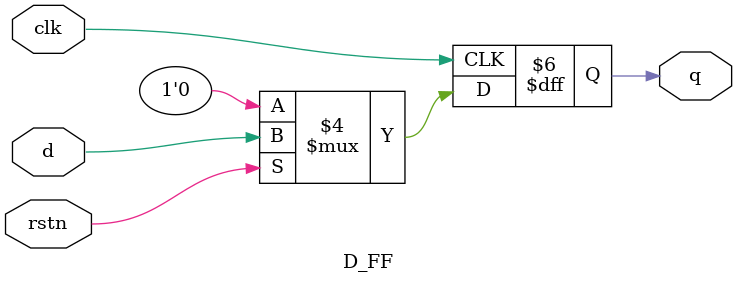
<source format=v>
`timescale 1ns / 1ps

// Synchronous
module D_FF(input d, input rstn, input clk, output reg q);

always @(posedge clk) 
    if (!rstn)
        q <= 0;
    else
        q <= d;


endmodule

</source>
